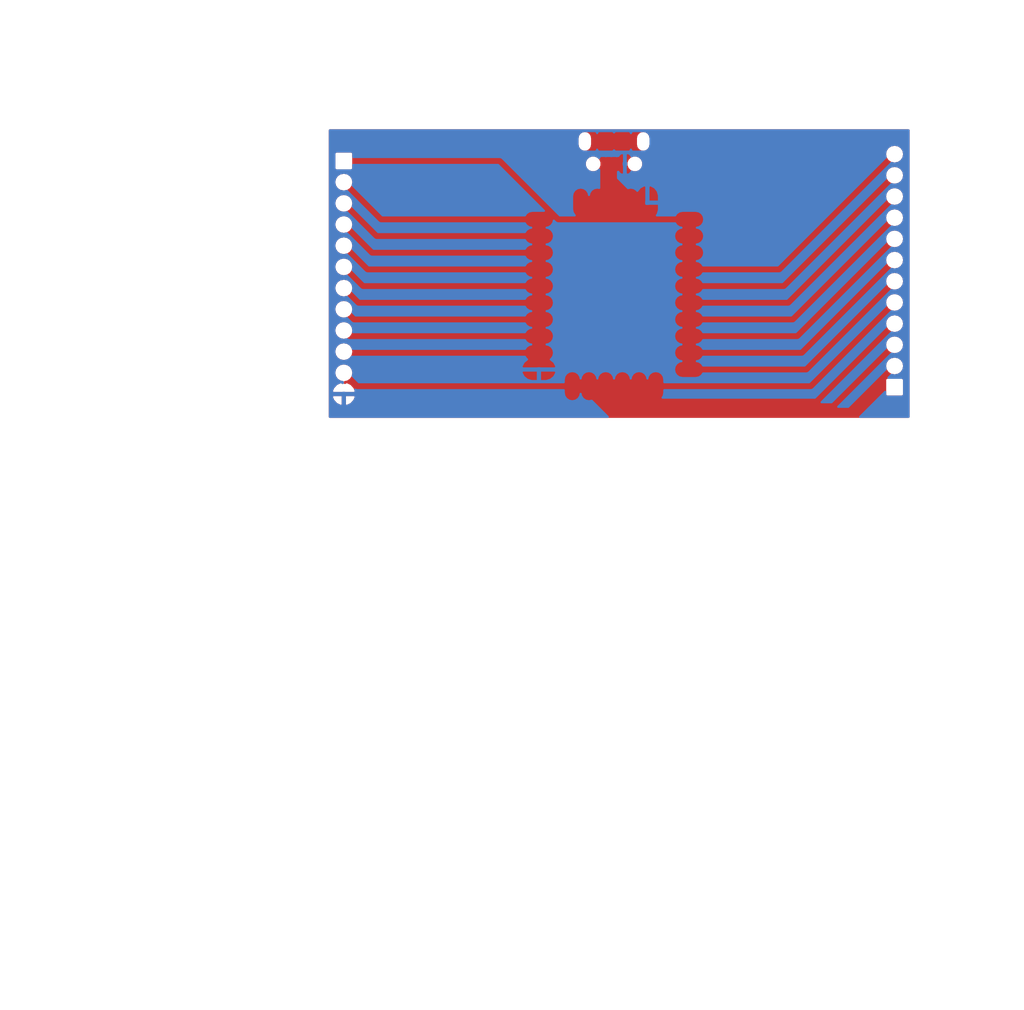
<source format=kicad_pcb>
(kicad_pcb (version 4) (host pcbnew 4.0.7)

  (general
    (links 36)
    (no_connects 5)
    (area 61.42 50.05 184.141484 171.150001)
    (thickness 1.6)
    (drawings 0)
    (tracks 0)
    (zones 0)
    (modules 0)
    (nets 2)
  )

  (page A3)
  (title_block
    (title "Sensory Adaptation Robot")
    (date 2016-03-10)
    (rev 0.1a)
    (company "Idle Hands Dev.")
    (comment 1 "Sean Hodgins")
  )

  (layers
    (0 F.Cu signal)
    (31 B.Cu signal)
    (32 B.Adhes user)
    (33 F.Adhes user)
    (34 B.Paste user)
    (35 F.Paste user)
    (36 B.SilkS user)
    (37 F.SilkS user)
    (38 B.Mask user)
    (39 F.Mask user)
    (40 Dwgs.User user)
    (41 Cmts.User user)
    (42 Eco1.User user)
    (43 Eco2.User user)
    (44 Edge.Cuts user)
    (45 Margin user)
    (46 B.CrtYd user)
    (47 F.CrtYd user)
    (48 B.Fab user hide)
    (49 F.Fab user hide)
  )

  (setup
    (last_trace_width 0.2)
    (user_trace_width 0.2)
    (user_trace_width 0.4)
    (user_trace_width 0.6)
    (user_trace_width 0.8)
    (user_trace_width 1)
    (trace_clearance 0.15)
    (zone_clearance 0.15)
    (zone_45_only no)
    (trace_min 0.2)
    (segment_width 0.1)
    (edge_width 0.1)
    (via_size 0.6)
    (via_drill 0.4)
    (via_min_size 0.4)
    (via_min_drill 0.2)
    (user_via 0.4 0.2)
    (user_via 0.5 0.4)
    (user_via 0.6 0.3)
    (user_via 0.89 0.5)
    (uvia_size 0.3)
    (uvia_drill 0.1)
    (uvias_allowed no)
    (uvia_min_size 0.2)
    (uvia_min_drill 0.1)
    (pcb_text_width 0.3)
    (pcb_text_size 1.5 1.5)
    (mod_edge_width 0.15)
    (mod_text_size 1 1)
    (mod_text_width 0.15)
    (pad_size 1.5 1.9)
    (pad_drill 0)
    (pad_to_mask_clearance 0)
    (aux_axis_origin 99.62 100.35)
    (grid_origin 99.62 100.35)
    (visible_elements 7FFFFE7F)
    (pcbplotparams
      (layerselection 0x010fc_80000001)
      (usegerberextensions false)
      (excludeedgelayer true)
      (linewidth 0.100000)
      (plotframeref false)
      (viasonmask false)
      (mode 1)
      (useauxorigin false)
      (hpglpennumber 1)
      (hpglpenspeed 20)
      (hpglpendiameter 15)
      (hpglpenoverlay 2)
      (psnegative false)
      (psa4output false)
      (plotreference true)
      (plotvalue true)
      (plotinvisibletext false)
      (padsonsilk false)
      (subtractmaskfromsilk false)
      (outputformat 1)
      (mirror false)
      (drillshape 0)
      (scaleselection 1)
      (outputdirectory gerbs/))
  )

  (net 0 "")
  (net 1 GND)

  (net_class Default "This is the default net class."
    (clearance 0.15)
    (trace_width 0.2)
    (via_dia 0.6)
    (via_drill 0.4)
    (uvia_dia 0.3)
    (uvia_drill 0.1)
    (add_net +3V3)
    (add_net +BATT)
    (add_net A0/DAC)
    (add_net A1)
    (add_net A2)
    (add_net A3)
    (add_net A4)
    (add_net A5)
    (add_net AREF)
    (add_net CLK)
    (add_net D10)
    (add_net D11)
    (add_net D12)
    (add_net D13)
    (add_net D3)
    (add_net D4)
    (add_net D5)
    (add_net D6)
    (add_net D9)
    (add_net GND)
    (add_net MISO)
    (add_net MOSI)
    (add_net "Net-(J2-Pad1)")
    (add_net "Net-(J2-Pad2)")
    (add_net "Net-(J2-Pad3)")
    (add_net "Net-(J2-Pad4)")
    (add_net "Net-(J2-Pad6)")
    (add_net RESET)
    (add_net RX/D0)
    (add_net SCL)
    (add_net SDA)
    (add_net TX/D1)
  )

  (zone (net 1) (net_name GND) (layer F.Cu) (tstamp 0) (hatch edge 0.508)
    (connect_pads (clearance 0.15))
    (min_thickness 0.254)
    (fill yes (arc_segments 16) (thermal_gap 0.508) (thermal_bridge_width 0.508))
    (polygon
      (pts
        (xy 89.52 58.15) (xy 182.62 57.75) (xy 183.82 171.15) (xy 61.42 169.55) (xy 61.42 58.95)
        (xy 70.32 50.05)
      )
    )
    (filled_polygon
      (pts
        (xy 170.293 100.023) (xy 100.947 100.023) (xy 100.947 97.64689) (xy 101.178524 97.64689) (xy 101.348355 98.056924)
        (xy 101.738642 98.485183) (xy 102.263108 98.731486) (xy 102.493 98.610819) (xy 102.493 97.417) (xy 102.747 97.417)
        (xy 102.747 98.610819) (xy 102.976892 98.731486) (xy 103.501358 98.485183) (xy 103.891645 98.056924) (xy 104.061476 97.64689)
        (xy 103.940155 97.417) (xy 102.747 97.417) (xy 102.493 97.417) (xy 101.299845 97.417) (xy 101.178524 97.64689)
        (xy 100.947 97.64689) (xy 100.947 96.93311) (xy 101.178524 96.93311) (xy 101.299845 97.163) (xy 102.493 97.163)
        (xy 102.493 97.143) (xy 102.747 97.143) (xy 102.747 97.163) (xy 103.940155 97.163) (xy 104.061476 96.93311)
        (xy 103.891645 96.523076) (xy 103.501358 96.094817) (xy 102.976892 95.848514) (xy 102.747002 95.96918) (xy 102.747002 95.856129)
        (xy 103.073363 95.791212) (xy 103.329599 95.62) (xy 167.487574 95.62) (xy 167.487574 97.32) (xy 167.506889 97.42265)
        (xy 167.567555 97.516927) (xy 167.66012 97.580175) (xy 167.77 97.602426) (xy 169.47 97.602426) (xy 169.57265 97.583111)
        (xy 169.666927 97.522445) (xy 169.730175 97.42988) (xy 169.752426 97.32) (xy 169.752426 95.62) (xy 169.733111 95.51735)
        (xy 169.672445 95.423073) (xy 169.57988 95.359825) (xy 169.47 95.337574) (xy 167.77 95.337574) (xy 167.66735 95.356889)
        (xy 167.573073 95.417555) (xy 167.509825 95.51012) (xy 167.487574 95.62) (xy 103.329599 95.62) (xy 103.438988 95.546909)
        (xy 103.683291 95.181284) (xy 103.769079 94.75) (xy 103.683291 94.318716) (xy 103.438988 93.953091) (xy 103.40443 93.93)
        (xy 167.470921 93.93) (xy 167.556709 94.361284) (xy 167.801012 94.726909) (xy 168.166637 94.971212) (xy 168.597921 95.057)
        (xy 168.642079 95.057) (xy 169.073363 94.971212) (xy 169.438988 94.726909) (xy 169.683291 94.361284) (xy 169.769079 93.93)
        (xy 169.683291 93.498716) (xy 169.438988 93.133091) (xy 169.073363 92.888788) (xy 168.642079 92.803) (xy 168.597921 92.803)
        (xy 168.166637 92.888788) (xy 167.801012 93.133091) (xy 167.556709 93.498716) (xy 167.470921 93.93) (xy 103.40443 93.93)
        (xy 103.073363 93.708788) (xy 102.642079 93.623) (xy 102.597921 93.623) (xy 102.166637 93.708788) (xy 101.801012 93.953091)
        (xy 101.556709 94.318716) (xy 101.470921 94.75) (xy 101.556709 95.181284) (xy 101.801012 95.546909) (xy 102.166637 95.791212)
        (xy 102.492998 95.856129) (xy 102.492998 95.96918) (xy 102.263108 95.848514) (xy 101.738642 96.094817) (xy 101.348355 96.523076)
        (xy 101.178524 96.93311) (xy 100.947 96.93311) (xy 100.947 92.21) (xy 101.470921 92.21) (xy 101.556709 92.641284)
        (xy 101.801012 93.006909) (xy 102.166637 93.251212) (xy 102.597921 93.337) (xy 102.642079 93.337) (xy 103.073363 93.251212)
        (xy 103.438988 93.006909) (xy 103.683291 92.641284) (xy 103.769079 92.21) (xy 103.683291 91.778716) (xy 103.438988 91.413091)
        (xy 103.40443 91.39) (xy 167.470921 91.39) (xy 167.556709 91.821284) (xy 167.801012 92.186909) (xy 168.166637 92.431212)
        (xy 168.597921 92.517) (xy 168.642079 92.517) (xy 169.073363 92.431212) (xy 169.438988 92.186909) (xy 169.683291 91.821284)
        (xy 169.769079 91.39) (xy 169.683291 90.958716) (xy 169.438988 90.593091) (xy 169.073363 90.348788) (xy 168.642079 90.263)
        (xy 168.597921 90.263) (xy 168.166637 90.348788) (xy 167.801012 90.593091) (xy 167.556709 90.958716) (xy 167.470921 91.39)
        (xy 103.40443 91.39) (xy 103.073363 91.168788) (xy 102.642079 91.083) (xy 102.597921 91.083) (xy 102.166637 91.168788)
        (xy 101.801012 91.413091) (xy 101.556709 91.778716) (xy 101.470921 92.21) (xy 100.947 92.21) (xy 100.947 89.67)
        (xy 101.470921 89.67) (xy 101.556709 90.101284) (xy 101.801012 90.466909) (xy 102.166637 90.711212) (xy 102.597921 90.797)
        (xy 102.642079 90.797) (xy 103.073363 90.711212) (xy 103.438988 90.466909) (xy 103.683291 90.101284) (xy 103.769079 89.67)
        (xy 103.683291 89.238716) (xy 103.438988 88.873091) (xy 103.40443 88.85) (xy 167.470921 88.85) (xy 167.556709 89.281284)
        (xy 167.801012 89.646909) (xy 168.166637 89.891212) (xy 168.597921 89.977) (xy 168.642079 89.977) (xy 169.073363 89.891212)
        (xy 169.438988 89.646909) (xy 169.683291 89.281284) (xy 169.769079 88.85) (xy 169.683291 88.418716) (xy 169.438988 88.053091)
        (xy 169.073363 87.808788) (xy 168.642079 87.723) (xy 168.597921 87.723) (xy 168.166637 87.808788) (xy 167.801012 88.053091)
        (xy 167.556709 88.418716) (xy 167.470921 88.85) (xy 103.40443 88.85) (xy 103.073363 88.628788) (xy 102.642079 88.543)
        (xy 102.597921 88.543) (xy 102.166637 88.628788) (xy 101.801012 88.873091) (xy 101.556709 89.238716) (xy 101.470921 89.67)
        (xy 100.947 89.67) (xy 100.947 87.13) (xy 101.470921 87.13) (xy 101.556709 87.561284) (xy 101.801012 87.926909)
        (xy 102.166637 88.171212) (xy 102.597921 88.257) (xy 102.642079 88.257) (xy 103.073363 88.171212) (xy 103.438988 87.926909)
        (xy 103.683291 87.561284) (xy 103.769079 87.13) (xy 103.683291 86.698716) (xy 103.438988 86.333091) (xy 103.40443 86.31)
        (xy 167.470921 86.31) (xy 167.556709 86.741284) (xy 167.801012 87.106909) (xy 168.166637 87.351212) (xy 168.597921 87.437)
        (xy 168.642079 87.437) (xy 169.073363 87.351212) (xy 169.438988 87.106909) (xy 169.683291 86.741284) (xy 169.769079 86.31)
        (xy 169.683291 85.878716) (xy 169.438988 85.513091) (xy 169.073363 85.268788) (xy 168.642079 85.183) (xy 168.597921 85.183)
        (xy 168.166637 85.268788) (xy 167.801012 85.513091) (xy 167.556709 85.878716) (xy 167.470921 86.31) (xy 103.40443 86.31)
        (xy 103.073363 86.088788) (xy 102.642079 86.003) (xy 102.597921 86.003) (xy 102.166637 86.088788) (xy 101.801012 86.333091)
        (xy 101.556709 86.698716) (xy 101.470921 87.13) (xy 100.947 87.13) (xy 100.947 84.59) (xy 101.470921 84.59)
        (xy 101.556709 85.021284) (xy 101.801012 85.386909) (xy 102.166637 85.631212) (xy 102.597921 85.717) (xy 102.642079 85.717)
        (xy 103.073363 85.631212) (xy 103.438988 85.386909) (xy 103.683291 85.021284) (xy 103.769079 84.59) (xy 103.683291 84.158716)
        (xy 103.438988 83.793091) (xy 103.40443 83.77) (xy 167.470921 83.77) (xy 167.556709 84.201284) (xy 167.801012 84.566909)
        (xy 168.166637 84.811212) (xy 168.597921 84.897) (xy 168.642079 84.897) (xy 169.073363 84.811212) (xy 169.438988 84.566909)
        (xy 169.683291 84.201284) (xy 169.769079 83.77) (xy 169.683291 83.338716) (xy 169.438988 82.973091) (xy 169.073363 82.728788)
        (xy 168.642079 82.643) (xy 168.597921 82.643) (xy 168.166637 82.728788) (xy 167.801012 82.973091) (xy 167.556709 83.338716)
        (xy 167.470921 83.77) (xy 103.40443 83.77) (xy 103.073363 83.548788) (xy 102.642079 83.463) (xy 102.597921 83.463)
        (xy 102.166637 83.548788) (xy 101.801012 83.793091) (xy 101.556709 84.158716) (xy 101.470921 84.59) (xy 100.947 84.59)
        (xy 100.947 82.05) (xy 101.470921 82.05) (xy 101.556709 82.481284) (xy 101.801012 82.846909) (xy 102.166637 83.091212)
        (xy 102.597921 83.177) (xy 102.642079 83.177) (xy 103.073363 83.091212) (xy 103.438988 82.846909) (xy 103.683291 82.481284)
        (xy 103.769079 82.05) (xy 103.683291 81.618716) (xy 103.438988 81.253091) (xy 103.40443 81.23) (xy 167.470921 81.23)
        (xy 167.556709 81.661284) (xy 167.801012 82.026909) (xy 168.166637 82.271212) (xy 168.597921 82.357) (xy 168.642079 82.357)
        (xy 169.073363 82.271212) (xy 169.438988 82.026909) (xy 169.683291 81.661284) (xy 169.769079 81.23) (xy 169.683291 80.798716)
        (xy 169.438988 80.433091) (xy 169.073363 80.188788) (xy 168.642079 80.103) (xy 168.597921 80.103) (xy 168.166637 80.188788)
        (xy 167.801012 80.433091) (xy 167.556709 80.798716) (xy 167.470921 81.23) (xy 103.40443 81.23) (xy 103.073363 81.008788)
        (xy 102.642079 80.923) (xy 102.597921 80.923) (xy 102.166637 81.008788) (xy 101.801012 81.253091) (xy 101.556709 81.618716)
        (xy 101.470921 82.05) (xy 100.947 82.05) (xy 100.947 79.51) (xy 101.470921 79.51) (xy 101.556709 79.941284)
        (xy 101.801012 80.306909) (xy 102.166637 80.551212) (xy 102.597921 80.637) (xy 102.642079 80.637) (xy 103.073363 80.551212)
        (xy 103.438988 80.306909) (xy 103.683291 79.941284) (xy 103.769079 79.51) (xy 103.683291 79.078716) (xy 103.438988 78.713091)
        (xy 103.40443 78.69) (xy 167.470921 78.69) (xy 167.556709 79.121284) (xy 167.801012 79.486909) (xy 168.166637 79.731212)
        (xy 168.597921 79.817) (xy 168.642079 79.817) (xy 169.073363 79.731212) (xy 169.438988 79.486909) (xy 169.683291 79.121284)
        (xy 169.769079 78.69) (xy 169.683291 78.258716) (xy 169.438988 77.893091) (xy 169.073363 77.648788) (xy 168.642079 77.563)
        (xy 168.597921 77.563) (xy 168.166637 77.648788) (xy 167.801012 77.893091) (xy 167.556709 78.258716) (xy 167.470921 78.69)
        (xy 103.40443 78.69) (xy 103.073363 78.468788) (xy 102.642079 78.383) (xy 102.597921 78.383) (xy 102.166637 78.468788)
        (xy 101.801012 78.713091) (xy 101.556709 79.078716) (xy 101.470921 79.51) (xy 100.947 79.51) (xy 100.947 76.97)
        (xy 101.470921 76.97) (xy 101.556709 77.401284) (xy 101.801012 77.766909) (xy 102.166637 78.011212) (xy 102.597921 78.097)
        (xy 102.642079 78.097) (xy 103.073363 78.011212) (xy 103.438988 77.766909) (xy 103.683291 77.401284) (xy 103.769079 76.97)
        (xy 103.683291 76.538716) (xy 103.438988 76.173091) (xy 103.40443 76.15) (xy 167.470921 76.15) (xy 167.556709 76.581284)
        (xy 167.801012 76.946909) (xy 168.166637 77.191212) (xy 168.597921 77.277) (xy 168.642079 77.277) (xy 169.073363 77.191212)
        (xy 169.438988 76.946909) (xy 169.683291 76.581284) (xy 169.769079 76.15) (xy 169.683291 75.718716) (xy 169.438988 75.353091)
        (xy 169.073363 75.108788) (xy 168.642079 75.023) (xy 168.597921 75.023) (xy 168.166637 75.108788) (xy 167.801012 75.353091)
        (xy 167.556709 75.718716) (xy 167.470921 76.15) (xy 103.40443 76.15) (xy 103.073363 75.928788) (xy 102.642079 75.843)
        (xy 102.597921 75.843) (xy 102.166637 75.928788) (xy 101.801012 76.173091) (xy 101.556709 76.538716) (xy 101.470921 76.97)
        (xy 100.947 76.97) (xy 100.947 74.43) (xy 101.470921 74.43) (xy 101.556709 74.861284) (xy 101.801012 75.226909)
        (xy 102.166637 75.471212) (xy 102.597921 75.557) (xy 102.642079 75.557) (xy 103.073363 75.471212) (xy 103.438988 75.226909)
        (xy 103.683291 74.861284) (xy 103.769079 74.43) (xy 103.683291 73.998716) (xy 103.438988 73.633091) (xy 103.40443 73.61)
        (xy 167.470921 73.61) (xy 167.556709 74.041284) (xy 167.801012 74.406909) (xy 168.166637 74.651212) (xy 168.597921 74.737)
        (xy 168.642079 74.737) (xy 169.073363 74.651212) (xy 169.438988 74.406909) (xy 169.683291 74.041284) (xy 169.769079 73.61)
        (xy 169.683291 73.178716) (xy 169.438988 72.813091) (xy 169.073363 72.568788) (xy 168.642079 72.483) (xy 168.597921 72.483)
        (xy 168.166637 72.568788) (xy 167.801012 72.813091) (xy 167.556709 73.178716) (xy 167.470921 73.61) (xy 103.40443 73.61)
        (xy 103.073363 73.388788) (xy 102.642079 73.303) (xy 102.597921 73.303) (xy 102.166637 73.388788) (xy 101.801012 73.633091)
        (xy 101.556709 73.998716) (xy 101.470921 74.43) (xy 100.947 74.43) (xy 100.947 71.89) (xy 101.470921 71.89)
        (xy 101.556709 72.321284) (xy 101.801012 72.686909) (xy 102.166637 72.931212) (xy 102.597921 73.017) (xy 102.642079 73.017)
        (xy 103.073363 72.931212) (xy 103.438988 72.686909) (xy 103.683291 72.321284) (xy 103.769079 71.89) (xy 103.683291 71.458716)
        (xy 103.438988 71.093091) (xy 103.40443 71.07) (xy 167.470921 71.07) (xy 167.556709 71.501284) (xy 167.801012 71.866909)
        (xy 168.166637 72.111212) (xy 168.597921 72.197) (xy 168.642079 72.197) (xy 169.073363 72.111212) (xy 169.438988 71.866909)
        (xy 169.683291 71.501284) (xy 169.769079 71.07) (xy 169.683291 70.638716) (xy 169.438988 70.273091) (xy 169.073363 70.028788)
        (xy 168.642079 69.943) (xy 168.597921 69.943) (xy 168.166637 70.028788) (xy 167.801012 70.273091) (xy 167.556709 70.638716)
        (xy 167.470921 71.07) (xy 103.40443 71.07) (xy 103.073363 70.848788) (xy 102.642079 70.763) (xy 102.597921 70.763)
        (xy 102.166637 70.848788) (xy 101.801012 71.093091) (xy 101.556709 71.458716) (xy 101.470921 71.89) (xy 100.947 71.89)
        (xy 100.947 68.5) (xy 101.487574 68.5) (xy 101.487574 70.2) (xy 101.506889 70.30265) (xy 101.567555 70.396927)
        (xy 101.66012 70.460175) (xy 101.77 70.482426) (xy 103.47 70.482426) (xy 103.57265 70.463111) (xy 103.666927 70.402445)
        (xy 103.730175 70.30988) (xy 103.752426 70.2) (xy 103.752426 69.898436) (xy 131.497827 69.898436) (xy 131.650051 70.266846)
        (xy 131.931672 70.548959) (xy 132.299816 70.701825) (xy 132.698436 70.702173) (xy 133.066846 70.549949) (xy 133.348959 70.268328)
        (xy 133.501825 69.900184) (xy 133.501826 69.898436) (xy 136.497827 69.898436) (xy 136.650051 70.266846) (xy 136.931672 70.548959)
        (xy 137.299816 70.701825) (xy 137.698436 70.702173) (xy 138.066846 70.549949) (xy 138.348959 70.268328) (xy 138.501825 69.900184)
        (xy 138.502173 69.501564) (xy 138.349949 69.133154) (xy 138.068328 68.851041) (xy 137.700184 68.698175) (xy 137.301564 68.697827)
        (xy 136.933154 68.850051) (xy 136.651041 69.131672) (xy 136.498175 69.499816) (xy 136.497827 69.898436) (xy 133.501826 69.898436)
        (xy 133.502173 69.501564) (xy 133.349949 69.133154) (xy 133.068328 68.851041) (xy 132.700184 68.698175) (xy 132.301564 68.697827)
        (xy 131.933154 68.850051) (xy 131.651041 69.131672) (xy 131.498175 69.499816) (xy 131.497827 69.898436) (xy 103.752426 69.898436)
        (xy 103.752426 68.53) (xy 167.470921 68.53) (xy 167.556709 68.961284) (xy 167.801012 69.326909) (xy 168.166637 69.571212)
        (xy 168.597921 69.657) (xy 168.642079 69.657) (xy 169.073363 69.571212) (xy 169.438988 69.326909) (xy 169.683291 68.961284)
        (xy 169.769079 68.53) (xy 169.683291 68.098716) (xy 169.438988 67.733091) (xy 169.073363 67.488788) (xy 168.642079 67.403)
        (xy 168.597921 67.403) (xy 168.166637 67.488788) (xy 167.801012 67.733091) (xy 167.556709 68.098716) (xy 167.470921 68.53)
        (xy 103.752426 68.53) (xy 103.752426 68.5) (xy 103.733111 68.39735) (xy 103.672445 68.303073) (xy 103.57988 68.239825)
        (xy 103.47 68.217574) (xy 101.77 68.217574) (xy 101.66735 68.236889) (xy 101.573073 68.297555) (xy 101.509825 68.39012)
        (xy 101.487574 68.5) (xy 100.947 68.5) (xy 100.947 66.625962) (xy 130.623 66.625962) (xy 130.623 67.374038)
        (xy 130.689758 67.709651) (xy 130.879867 67.994171) (xy 131.164387 68.18428) (xy 131.5 68.251038) (xy 131.835613 68.18428)
        (xy 132.120133 67.994171) (xy 132.310242 67.709651) (xy 132.377 67.374038) (xy 132.377 66.625962) (xy 137.623 66.625962)
        (xy 137.623 67.374038) (xy 137.689758 67.709651) (xy 137.879867 67.994171) (xy 138.164387 68.18428) (xy 138.5 68.251038)
        (xy 138.835613 68.18428) (xy 139.120133 67.994171) (xy 139.310242 67.709651) (xy 139.377 67.374038) (xy 139.377 66.625962)
        (xy 139.310242 66.290349) (xy 139.120133 66.005829) (xy 138.835613 65.81572) (xy 138.5 65.748962) (xy 138.164387 65.81572)
        (xy 137.879867 66.005829) (xy 137.689758 66.290349) (xy 137.623 66.625962) (xy 132.377 66.625962) (xy 132.310242 66.290349)
        (xy 132.120133 66.005829) (xy 131.835613 65.81572) (xy 131.5 65.748962) (xy 131.164387 65.81572) (xy 130.879867 66.005829)
        (xy 130.689758 66.290349) (xy 130.623 66.625962) (xy 100.947 66.625962) (xy 100.947 65.677) (xy 170.293 65.677)
      )
    )
  )
  (zone (net 1) (net_name GND) (layer B.Cu) (tstamp 5AF8963C) (hatch edge 0.508)
    (connect_pads (clearance 0.15))
    (min_thickness 0.254)
    (fill yes (arc_segments 16) (thermal_gap 0.508) (thermal_bridge_width 0.508))
    (polygon
      (pts
        (xy 90.057229 58.15) (xy 182.770707 58.15) (xy 184.141483 170.95) (xy 61.957229 170.394144) (xy 61.957229 58.95)
        (xy 70.857229 50.05)
      )
    )
    (filled_polygon
      (pts
        (xy 170.293 100.023) (xy 164.49158 100.023) (xy 167.487574 97.027006) (xy 167.487574 97.32) (xy 167.506889 97.42265)
        (xy 167.567555 97.516927) (xy 167.66012 97.580175) (xy 167.77 97.602426) (xy 169.47 97.602426) (xy 169.57265 97.583111)
        (xy 169.666927 97.522445) (xy 169.730175 97.42988) (xy 169.752426 97.32) (xy 169.752426 95.62) (xy 169.733111 95.51735)
        (xy 169.672445 95.423073) (xy 169.57988 95.359825) (xy 169.47 95.337574) (xy 167.887006 95.337574) (xy 168.238978 94.985602)
        (xy 168.597921 95.057) (xy 168.642079 95.057) (xy 169.073363 94.971212) (xy 169.438988 94.726909) (xy 169.683291 94.361284)
        (xy 169.769079 93.93) (xy 169.683291 93.498716) (xy 169.438988 93.133091) (xy 169.073363 92.888788) (xy 168.642079 92.803)
        (xy 168.597921 92.803) (xy 168.166637 92.888788) (xy 167.801012 93.133091) (xy 167.556709 93.498716) (xy 167.470921 93.93)
        (xy 167.549646 94.325774) (xy 163.052388 98.823032) (xy 161.861548 98.823032) (xy 168.238978 92.445602) (xy 168.597921 92.517)
        (xy 168.642079 92.517) (xy 169.073363 92.431212) (xy 169.438988 92.186909) (xy 169.683291 91.821284) (xy 169.769079 91.39)
        (xy 169.683291 90.958716) (xy 169.438988 90.593091) (xy 169.073363 90.348788) (xy 168.642079 90.263) (xy 168.597921 90.263)
        (xy 168.166637 90.348788) (xy 167.801012 90.593091) (xy 167.556709 90.958716) (xy 167.470921 91.39) (xy 167.549646 91.785774)
        (xy 161.062399 98.273021) (xy 159.871559 98.273021) (xy 168.238978 89.905602) (xy 168.597921 89.977) (xy 168.642079 89.977)
        (xy 169.073363 89.891212) (xy 169.438988 89.646909) (xy 169.683291 89.281284) (xy 169.769079 88.85) (xy 169.683291 88.418716)
        (xy 169.438988 88.053091) (xy 169.073363 87.808788) (xy 168.642079 87.723) (xy 168.597921 87.723) (xy 168.166637 87.808788)
        (xy 167.801012 88.053091) (xy 167.556709 88.418716) (xy 167.470921 88.85) (xy 167.549646 89.245774) (xy 159.07241 97.72301)
        (xy 140.818409 97.72301) (xy 140.948824 97.527829) (xy 141.027 97.134813) (xy 141.027 96.827) (xy 158.58 96.827)
        (xy 158.76254 96.790691) (xy 158.91729 96.68729) (xy 168.238978 87.365602) (xy 168.597921 87.437) (xy 168.642079 87.437)
        (xy 169.073363 87.351212) (xy 169.438988 87.106909) (xy 169.683291 86.741284) (xy 169.769079 86.31) (xy 169.683291 85.878716)
        (xy 169.438988 85.513091) (xy 169.073363 85.268788) (xy 168.642079 85.183) (xy 168.597921 85.183) (xy 168.166637 85.268788)
        (xy 167.801012 85.513091) (xy 167.556709 85.878716) (xy 167.470921 86.31) (xy 167.549646 86.705774) (xy 158.38242 95.873)
        (xy 141.027 95.873) (xy 141.027 95.565187) (xy 140.948824 95.172171) (xy 140.726199 94.838988) (xy 140.393016 94.616363)
        (xy 140 94.538187) (xy 139.606984 94.616363) (xy 139.273801 94.838988) (xy 139.051176 95.172171) (xy 139 95.429449)
        (xy 138.948824 95.172171) (xy 138.726199 94.838988) (xy 138.393016 94.616363) (xy 138 94.538187) (xy 137.606984 94.616363)
        (xy 137.273801 94.838988) (xy 137.051176 95.172171) (xy 137 95.429449) (xy 136.948824 95.172171) (xy 136.726199 94.838988)
        (xy 136.393016 94.616363) (xy 136 94.538187) (xy 135.606984 94.616363) (xy 135.273801 94.838988) (xy 135.051176 95.172171)
        (xy 135 95.429449) (xy 134.948824 95.172171) (xy 134.726199 94.838988) (xy 134.393016 94.616363) (xy 134 94.538187)
        (xy 133.606984 94.616363) (xy 133.273801 94.838988) (xy 133.051176 95.172171) (xy 133 95.429449) (xy 132.948824 95.172171)
        (xy 132.726199 94.838988) (xy 132.393016 94.616363) (xy 132 94.538187) (xy 131.606984 94.616363) (xy 131.273801 94.838988)
        (xy 131.051176 95.172171) (xy 131 95.429449) (xy 130.948824 95.172171) (xy 130.726199 94.838988) (xy 130.393016 94.616363)
        (xy 130 94.538187) (xy 129.606984 94.616363) (xy 129.273801 94.838988) (xy 129.051176 95.172171) (xy 128.973 95.565187)
        (xy 128.973 95.873) (xy 104.41758 95.873) (xy 103.690354 95.145774) (xy 103.769079 94.75) (xy 103.75738 94.691185)
        (xy 123.907682 94.691185) (xy 123.921827 94.762684) (xy 124.180855 95.23954) (xy 124.602651 95.580972) (xy 125.123 95.735)
        (xy 125.873 95.735) (xy 125.873 94.477) (xy 126.127 94.477) (xy 126.127 95.735) (xy 126.877 95.735)
        (xy 127.397349 95.580972) (xy 127.819145 95.23954) (xy 128.078173 94.762684) (xy 128.092318 94.691185) (xy 127.969656 94.477)
        (xy 126.127 94.477) (xy 125.873 94.477) (xy 124.030344 94.477) (xy 123.907682 94.691185) (xy 103.75738 94.691185)
        (xy 103.683291 94.318716) (xy 103.438988 93.953091) (xy 103.073363 93.708788) (xy 102.642079 93.623) (xy 102.597921 93.623)
        (xy 102.166637 93.708788) (xy 101.801012 93.953091) (xy 101.556709 94.318716) (xy 101.470921 94.75) (xy 101.556709 95.181284)
        (xy 101.801012 95.546909) (xy 102.166637 95.791212) (xy 102.492998 95.856129) (xy 102.492998 95.96918) (xy 102.263108 95.848514)
        (xy 101.738642 96.094817) (xy 101.348355 96.523076) (xy 101.178524 96.93311) (xy 101.299845 97.163) (xy 102.493 97.163)
        (xy 102.493 97.143) (xy 102.747 97.143) (xy 102.747 97.163) (xy 103.940155 97.163) (xy 104.061476 96.93311)
        (xy 103.989106 96.758382) (xy 104.03746 96.790691) (xy 104.22 96.827) (xy 128.973 96.827) (xy 128.973 97.134813)
        (xy 129.051176 97.527829) (xy 129.273801 97.861012) (xy 129.606984 98.083637) (xy 130 98.161813) (xy 130.393016 98.083637)
        (xy 130.726199 97.861012) (xy 130.948824 97.527829) (xy 131 97.270551) (xy 131.051176 97.527829) (xy 131.273801 97.861012)
        (xy 131.606984 98.083637) (xy 132 98.161813) (xy 132.322987 98.097567) (xy 134.24842 100.023) (xy 100.947 100.023)
        (xy 100.947 97.64689) (xy 101.178524 97.64689) (xy 101.348355 98.056924) (xy 101.738642 98.485183) (xy 102.263108 98.731486)
        (xy 102.493 98.610819) (xy 102.493 97.417) (xy 102.747 97.417) (xy 102.747 98.610819) (xy 102.976892 98.731486)
        (xy 103.501358 98.485183) (xy 103.891645 98.056924) (xy 104.061476 97.64689) (xy 103.940155 97.417) (xy 102.747 97.417)
        (xy 102.493 97.417) (xy 101.299845 97.417) (xy 101.178524 97.64689) (xy 100.947 97.64689) (xy 100.947 71.89)
        (xy 101.470921 71.89) (xy 101.556709 72.321284) (xy 101.801012 72.686909) (xy 102.166637 72.931212) (xy 102.597921 73.017)
        (xy 102.642079 73.017) (xy 103.001022 72.945602) (xy 106.74271 76.68729) (xy 106.897459 76.790691) (xy 107.08 76.827)
        (xy 124.322479 76.827) (xy 124.488988 77.076199) (xy 124.822171 77.298824) (xy 125.079449 77.35) (xy 124.822171 77.401176)
        (xy 124.488988 77.623801) (xy 124.322479 77.873) (xy 106.73758 77.873) (xy 103.690354 74.825774) (xy 103.769079 74.43)
        (xy 103.683291 73.998716) (xy 103.438988 73.633091) (xy 103.073363 73.388788) (xy 102.642079 73.303) (xy 102.597921 73.303)
        (xy 102.166637 73.388788) (xy 101.801012 73.633091) (xy 101.556709 73.998716) (xy 101.470921 74.43) (xy 101.556709 74.861284)
        (xy 101.801012 75.226909) (xy 102.166637 75.471212) (xy 102.597921 75.557) (xy 102.642079 75.557) (xy 103.001022 75.485602)
        (xy 106.20271 78.68729) (xy 106.35746 78.790691) (xy 106.54 78.827) (xy 124.322479 78.827) (xy 124.488988 79.076199)
        (xy 124.822171 79.298824) (xy 125.079449 79.35) (xy 124.822171 79.401176) (xy 124.488988 79.623801) (xy 124.322479 79.873)
        (xy 106.19758 79.873) (xy 103.690354 77.365774) (xy 103.769079 76.97) (xy 103.683291 76.538716) (xy 103.438988 76.173091)
        (xy 103.073363 75.928788) (xy 102.642079 75.843) (xy 102.597921 75.843) (xy 102.166637 75.928788) (xy 101.801012 76.173091)
        (xy 101.556709 76.538716) (xy 101.470921 76.97) (xy 101.556709 77.401284) (xy 101.801012 77.766909) (xy 102.166637 78.011212)
        (xy 102.597921 78.097) (xy 102.642079 78.097) (xy 103.001022 78.025602) (xy 105.66271 80.68729) (xy 105.81746 80.790691)
        (xy 106 80.827) (xy 124.322479 80.827) (xy 124.488988 81.076199) (xy 124.822171 81.298824) (xy 125.079449 81.35)
        (xy 124.822171 81.401176) (xy 124.488988 81.623801) (xy 124.322479 81.873) (xy 105.65758 81.873) (xy 103.690354 79.905774)
        (xy 103.769079 79.51) (xy 103.683291 79.078716) (xy 103.438988 78.713091) (xy 103.073363 78.468788) (xy 102.642079 78.383)
        (xy 102.597921 78.383) (xy 102.166637 78.468788) (xy 101.801012 78.713091) (xy 101.556709 79.078716) (xy 101.470921 79.51)
        (xy 101.556709 79.941284) (xy 101.801012 80.306909) (xy 102.166637 80.551212) (xy 102.597921 80.637) (xy 102.642079 80.637)
        (xy 103.001022 80.565602) (xy 105.12271 82.68729) (xy 105.27746 82.790691) (xy 105.46 82.827) (xy 124.322479 82.827)
        (xy 124.488988 83.076199) (xy 124.822171 83.298824) (xy 125.079449 83.35) (xy 124.822171 83.401176) (xy 124.488988 83.623801)
        (xy 124.322479 83.873) (xy 105.11758 83.873) (xy 103.690354 82.445774) (xy 103.769079 82.05) (xy 103.683291 81.618716)
        (xy 103.438988 81.253091) (xy 103.073363 81.008788) (xy 102.642079 80.923) (xy 102.597921 80.923) (xy 102.166637 81.008788)
        (xy 101.801012 81.253091) (xy 101.556709 81.618716) (xy 101.470921 82.05) (xy 101.556709 82.481284) (xy 101.801012 82.846909)
        (xy 102.166637 83.091212) (xy 102.597921 83.177) (xy 102.642079 83.177) (xy 103.001022 83.105602) (xy 104.58271 84.68729)
        (xy 104.73746 84.790691) (xy 104.92 84.827) (xy 124.322479 84.827) (xy 124.488988 85.076199) (xy 124.822171 85.298824)
        (xy 125.079449 85.35) (xy 124.822171 85.401176) (xy 124.488988 85.623801) (xy 124.322479 85.873) (xy 104.57758 85.873)
        (xy 103.690354 84.985774) (xy 103.769079 84.59) (xy 103.683291 84.158716) (xy 103.438988 83.793091) (xy 103.073363 83.548788)
        (xy 102.642079 83.463) (xy 102.597921 83.463) (xy 102.166637 83.548788) (xy 101.801012 83.793091) (xy 101.556709 84.158716)
        (xy 101.470921 84.59) (xy 101.556709 85.021284) (xy 101.801012 85.386909) (xy 102.166637 85.631212) (xy 102.597921 85.717)
        (xy 102.642079 85.717) (xy 103.001022 85.645602) (xy 104.04271 86.68729) (xy 104.19746 86.790691) (xy 104.38 86.827)
        (xy 124.322479 86.827) (xy 124.488988 87.076199) (xy 124.822171 87.298824) (xy 125.079449 87.35) (xy 124.822171 87.401176)
        (xy 124.488988 87.623801) (xy 124.322479 87.873) (xy 104.03758 87.873) (xy 103.690354 87.525774) (xy 103.769079 87.13)
        (xy 103.683291 86.698716) (xy 103.438988 86.333091) (xy 103.073363 86.088788) (xy 102.642079 86.003) (xy 102.597921 86.003)
        (xy 102.166637 86.088788) (xy 101.801012 86.333091) (xy 101.556709 86.698716) (xy 101.470921 87.13) (xy 101.556709 87.561284)
        (xy 101.801012 87.926909) (xy 102.166637 88.171212) (xy 102.597921 88.257) (xy 102.642079 88.257) (xy 103.001022 88.185602)
        (xy 103.50271 88.68729) (xy 103.65746 88.790691) (xy 103.84 88.827) (xy 124.322479 88.827) (xy 124.488988 89.076199)
        (xy 124.822171 89.298824) (xy 125.079449 89.35) (xy 124.822171 89.401176) (xy 124.488988 89.623801) (xy 124.322479 89.873)
        (xy 103.7287 89.873) (xy 103.769079 89.67) (xy 103.683291 89.238716) (xy 103.438988 88.873091) (xy 103.073363 88.628788)
        (xy 102.642079 88.543) (xy 102.597921 88.543) (xy 102.166637 88.628788) (xy 101.801012 88.873091) (xy 101.556709 89.238716)
        (xy 101.470921 89.67) (xy 101.556709 90.101284) (xy 101.801012 90.466909) (xy 102.166637 90.711212) (xy 102.597921 90.797)
        (xy 102.642079 90.797) (xy 103.015683 90.722685) (xy 103.11746 90.790691) (xy 103.3 90.827) (xy 124.322479 90.827)
        (xy 124.488988 91.076199) (xy 124.822171 91.298824) (xy 125.079449 91.35) (xy 124.822171 91.401176) (xy 124.488988 91.623801)
        (xy 124.322479 91.873) (xy 103.702045 91.873) (xy 103.683291 91.778716) (xy 103.438988 91.413091) (xy 103.073363 91.168788)
        (xy 102.642079 91.083) (xy 102.597921 91.083) (xy 102.166637 91.168788) (xy 101.801012 91.413091) (xy 101.556709 91.778716)
        (xy 101.470921 92.21) (xy 101.556709 92.641284) (xy 101.801012 93.006909) (xy 102.166637 93.251212) (xy 102.597921 93.337)
        (xy 102.642079 93.337) (xy 103.073363 93.251212) (xy 103.438988 93.006909) (xy 103.559199 92.827) (xy 124.322479 92.827)
        (xy 124.488988 93.076199) (xy 124.580238 93.13717) (xy 124.180855 93.46046) (xy 123.921827 93.937316) (xy 123.907682 94.008815)
        (xy 124.030344 94.223) (xy 125.873 94.223) (xy 125.873 94.203) (xy 126.127 94.203) (xy 126.127 94.223)
        (xy 127.969656 94.223) (xy 128.092318 94.008815) (xy 128.078173 93.937316) (xy 127.819145 93.46046) (xy 127.419762 93.13717)
        (xy 127.511012 93.076199) (xy 127.733637 92.743016) (xy 127.811813 92.35) (xy 127.733637 91.956984) (xy 127.511012 91.623801)
        (xy 127.177829 91.401176) (xy 126.920551 91.35) (xy 127.177829 91.298824) (xy 127.511012 91.076199) (xy 127.733637 90.743016)
        (xy 127.811813 90.35) (xy 127.733637 89.956984) (xy 127.511012 89.623801) (xy 127.177829 89.401176) (xy 126.920551 89.35)
        (xy 127.177829 89.298824) (xy 127.511012 89.076199) (xy 127.733637 88.743016) (xy 127.811813 88.35) (xy 127.733637 87.956984)
        (xy 127.511012 87.623801) (xy 127.177829 87.401176) (xy 126.920551 87.35) (xy 127.177829 87.298824) (xy 127.511012 87.076199)
        (xy 127.733637 86.743016) (xy 127.811813 86.35) (xy 127.733637 85.956984) (xy 127.511012 85.623801) (xy 127.177829 85.401176)
        (xy 126.920551 85.35) (xy 127.177829 85.298824) (xy 127.511012 85.076199) (xy 127.733637 84.743016) (xy 127.811813 84.35)
        (xy 127.733637 83.956984) (xy 127.511012 83.623801) (xy 127.177829 83.401176) (xy 126.920551 83.35) (xy 127.177829 83.298824)
        (xy 127.511012 83.076199) (xy 127.733637 82.743016) (xy 127.811813 82.35) (xy 127.733637 81.956984) (xy 127.511012 81.623801)
        (xy 127.177829 81.401176) (xy 126.920551 81.35) (xy 127.177829 81.298824) (xy 127.511012 81.076199) (xy 127.733637 80.743016)
        (xy 127.811813 80.35) (xy 127.733637 79.956984) (xy 127.511012 79.623801) (xy 127.177829 79.401176) (xy 126.920551 79.35)
        (xy 127.177829 79.298824) (xy 127.511012 79.076199) (xy 127.733637 78.743016) (xy 127.811813 78.35) (xy 127.733637 77.956984)
        (xy 127.511012 77.623801) (xy 127.177829 77.401176) (xy 126.920551 77.35) (xy 127.177829 77.298824) (xy 127.511012 77.076199)
        (xy 127.733637 76.743016) (xy 127.781826 76.500757) (xy 127.968359 76.68729) (xy 128.123109 76.790691) (xy 128.305649 76.827)
        (xy 142.322479 76.827) (xy 142.488988 77.076199) (xy 142.822171 77.298824) (xy 143.079449 77.35) (xy 142.822171 77.401176)
        (xy 142.488988 77.623801) (xy 142.266363 77.956984) (xy 142.188187 78.35) (xy 142.266363 78.743016) (xy 142.488988 79.076199)
        (xy 142.822171 79.298824) (xy 143.079449 79.35) (xy 142.822171 79.401176) (xy 142.488988 79.623801) (xy 142.266363 79.956984)
        (xy 142.188187 80.35) (xy 142.266363 80.743016) (xy 142.488988 81.076199) (xy 142.822171 81.298824) (xy 143.079449 81.35)
        (xy 142.822171 81.401176) (xy 142.488988 81.623801) (xy 142.266363 81.956984) (xy 142.188187 82.35) (xy 142.266363 82.743016)
        (xy 142.488988 83.076199) (xy 142.822171 83.298824) (xy 143.079449 83.35) (xy 142.822171 83.401176) (xy 142.488988 83.623801)
        (xy 142.266363 83.956984) (xy 142.188187 84.35) (xy 142.266363 84.743016) (xy 142.488988 85.076199) (xy 142.822171 85.298824)
        (xy 143.079449 85.35) (xy 142.822171 85.401176) (xy 142.488988 85.623801) (xy 142.266363 85.956984) (xy 142.188187 86.35)
        (xy 142.266363 86.743016) (xy 142.488988 87.076199) (xy 142.822171 87.298824) (xy 143.079449 87.35) (xy 142.822171 87.401176)
        (xy 142.488988 87.623801) (xy 142.266363 87.956984) (xy 142.188187 88.35) (xy 142.266363 88.743016) (xy 142.488988 89.076199)
        (xy 142.822171 89.298824) (xy 143.079449 89.35) (xy 142.822171 89.401176) (xy 142.488988 89.623801) (xy 142.266363 89.956984)
        (xy 142.188187 90.35) (xy 142.266363 90.743016) (xy 142.488988 91.076199) (xy 142.822171 91.298824) (xy 143.079449 91.35)
        (xy 142.822171 91.401176) (xy 142.488988 91.623801) (xy 142.266363 91.956984) (xy 142.188187 92.35) (xy 142.266363 92.743016)
        (xy 142.488988 93.076199) (xy 142.822171 93.298824) (xy 143.079449 93.35) (xy 142.822171 93.401176) (xy 142.488988 93.623801)
        (xy 142.266363 93.956984) (xy 142.188187 94.35) (xy 142.266363 94.743016) (xy 142.488988 95.076199) (xy 142.822171 95.298824)
        (xy 143.215187 95.377) (xy 144.784813 95.377) (xy 145.177829 95.298824) (xy 145.511012 95.076199) (xy 145.677521 94.827)
        (xy 158.04 94.827) (xy 158.22254 94.790691) (xy 158.37729 94.68729) (xy 168.238978 84.825602) (xy 168.597921 84.897)
        (xy 168.642079 84.897) (xy 169.073363 84.811212) (xy 169.438988 84.566909) (xy 169.683291 84.201284) (xy 169.769079 83.77)
        (xy 169.683291 83.338716) (xy 169.438988 82.973091) (xy 169.073363 82.728788) (xy 168.642079 82.643) (xy 168.597921 82.643)
        (xy 168.166637 82.728788) (xy 167.801012 82.973091) (xy 167.556709 83.338716) (xy 167.470921 83.77) (xy 167.549646 84.165774)
        (xy 157.84242 93.873) (xy 145.677521 93.873) (xy 145.511012 93.623801) (xy 145.177829 93.401176) (xy 144.920551 93.35)
        (xy 145.177829 93.298824) (xy 145.511012 93.076199) (xy 145.677521 92.827) (xy 157.5 92.827) (xy 157.68254 92.790691)
        (xy 157.83729 92.68729) (xy 168.238978 82.285602) (xy 168.597921 82.357) (xy 168.642079 82.357) (xy 169.073363 82.271212)
        (xy 169.438988 82.026909) (xy 169.683291 81.661284) (xy 169.769079 81.23) (xy 169.683291 80.798716) (xy 169.438988 80.433091)
        (xy 169.073363 80.188788) (xy 168.642079 80.103) (xy 168.597921 80.103) (xy 168.166637 80.188788) (xy 167.801012 80.433091)
        (xy 167.556709 80.798716) (xy 167.470921 81.23) (xy 167.549646 81.625774) (xy 157.30242 91.873) (xy 145.677521 91.873)
        (xy 145.511012 91.623801) (xy 145.177829 91.401176) (xy 144.920551 91.35) (xy 145.177829 91.298824) (xy 145.511012 91.076199)
        (xy 145.677521 90.827) (xy 156.96 90.827) (xy 157.14254 90.790691) (xy 157.29729 90.68729) (xy 168.238978 79.745602)
        (xy 168.597921 79.817) (xy 168.642079 79.817) (xy 169.073363 79.731212) (xy 169.438988 79.486909) (xy 169.683291 79.121284)
        (xy 169.769079 78.69) (xy 169.683291 78.258716) (xy 169.438988 77.893091) (xy 169.073363 77.648788) (xy 168.642079 77.563)
        (xy 168.597921 77.563) (xy 168.166637 77.648788) (xy 167.801012 77.893091) (xy 167.556709 78.258716) (xy 167.470921 78.69)
        (xy 167.549646 79.085774) (xy 156.76242 89.873) (xy 145.677521 89.873) (xy 145.511012 89.623801) (xy 145.177829 89.401176)
        (xy 144.920551 89.35) (xy 145.177829 89.298824) (xy 145.511012 89.076199) (xy 145.677521 88.827) (xy 156.42 88.827)
        (xy 156.60254 88.790691) (xy 156.75729 88.68729) (xy 168.238978 77.205602) (xy 168.597921 77.277) (xy 168.642079 77.277)
        (xy 169.073363 77.191212) (xy 169.438988 76.946909) (xy 169.683291 76.581284) (xy 169.769079 76.15) (xy 169.683291 75.718716)
        (xy 169.438988 75.353091) (xy 169.073363 75.108788) (xy 168.642079 75.023) (xy 168.597921 75.023) (xy 168.166637 75.108788)
        (xy 167.801012 75.353091) (xy 167.556709 75.718716) (xy 167.470921 76.15) (xy 167.549646 76.545774) (xy 156.22242 87.873)
        (xy 145.677521 87.873) (xy 145.511012 87.623801) (xy 145.177829 87.401176) (xy 144.920551 87.35) (xy 145.177829 87.298824)
        (xy 145.511012 87.076199) (xy 145.677521 86.827) (xy 155.88 86.827) (xy 156.06254 86.790691) (xy 156.21729 86.68729)
        (xy 168.238978 74.665602) (xy 168.597921 74.737) (xy 168.642079 74.737) (xy 169.073363 74.651212) (xy 169.438988 74.406909)
        (xy 169.683291 74.041284) (xy 169.769079 73.61) (xy 169.683291 73.178716) (xy 169.438988 72.813091) (xy 169.073363 72.568788)
        (xy 168.642079 72.483) (xy 168.597921 72.483) (xy 168.166637 72.568788) (xy 167.801012 72.813091) (xy 167.556709 73.178716)
        (xy 167.470921 73.61) (xy 167.549646 74.005774) (xy 155.68242 85.873) (xy 145.677521 85.873) (xy 145.511012 85.623801)
        (xy 145.177829 85.401176) (xy 144.920551 85.35) (xy 145.177829 85.298824) (xy 145.511012 85.076199) (xy 145.677521 84.827)
        (xy 155.34 84.827) (xy 155.52254 84.790691) (xy 155.67729 84.68729) (xy 168.238978 72.125602) (xy 168.597921 72.197)
        (xy 168.642079 72.197) (xy 169.073363 72.111212) (xy 169.438988 71.866909) (xy 169.683291 71.501284) (xy 169.769079 71.07)
        (xy 169.683291 70.638716) (xy 169.438988 70.273091) (xy 169.073363 70.028788) (xy 168.642079 69.943) (xy 168.597921 69.943)
        (xy 168.166637 70.028788) (xy 167.801012 70.273091) (xy 167.556709 70.638716) (xy 167.470921 71.07) (xy 167.549646 71.465774)
        (xy 155.14242 83.873) (xy 145.677521 83.873) (xy 145.511012 83.623801) (xy 145.177829 83.401176) (xy 144.920551 83.35)
        (xy 145.177829 83.298824) (xy 145.511012 83.076199) (xy 145.677521 82.827) (xy 154.8 82.827) (xy 154.98254 82.790691)
        (xy 155.13729 82.68729) (xy 168.238978 69.585602) (xy 168.597921 69.657) (xy 168.642079 69.657) (xy 169.073363 69.571212)
        (xy 169.438988 69.326909) (xy 169.683291 68.961284) (xy 169.769079 68.53) (xy 169.683291 68.098716) (xy 169.438988 67.733091)
        (xy 169.073363 67.488788) (xy 168.642079 67.403) (xy 168.597921 67.403) (xy 168.166637 67.488788) (xy 167.801012 67.733091)
        (xy 167.556709 68.098716) (xy 167.470921 68.53) (xy 167.549646 68.925774) (xy 154.60242 81.873) (xy 145.677521 81.873)
        (xy 145.511012 81.623801) (xy 145.177829 81.401176) (xy 144.920551 81.35) (xy 145.177829 81.298824) (xy 145.511012 81.076199)
        (xy 145.733637 80.743016) (xy 145.811813 80.35) (xy 145.733637 79.956984) (xy 145.511012 79.623801) (xy 145.177829 79.401176)
        (xy 144.920551 79.35) (xy 145.177829 79.298824) (xy 145.511012 79.076199) (xy 145.733637 78.743016) (xy 145.811813 78.35)
        (xy 145.733637 77.956984) (xy 145.511012 77.623801) (xy 145.177829 77.401176) (xy 144.920551 77.35) (xy 145.177829 77.298824)
        (xy 145.511012 77.076199) (xy 145.733637 76.743016) (xy 145.811813 76.35) (xy 145.733637 75.956984) (xy 145.511012 75.623801)
        (xy 145.177829 75.401176) (xy 144.784813 75.323) (xy 143.215187 75.323) (xy 142.822171 75.401176) (xy 142.488988 75.623801)
        (xy 142.322479 75.873) (xy 140.129261 75.873) (xy 140.230972 75.747349) (xy 140.385 75.227) (xy 140.385 74.477)
        (xy 139.127 74.477) (xy 139.127 74.497) (xy 138.873 74.497) (xy 138.873 74.477) (xy 138.853 74.477)
        (xy 138.853 74.223) (xy 138.873 74.223) (xy 138.873 72.380344) (xy 139.127 72.380344) (xy 139.127 74.223)
        (xy 140.385 74.223) (xy 140.385 73.473) (xy 140.230972 72.952651) (xy 139.88954 72.530855) (xy 139.412684 72.271827)
        (xy 139.341185 72.257682) (xy 139.127 72.380344) (xy 138.873 72.380344) (xy 138.658815 72.257682) (xy 138.587316 72.271827)
        (xy 138.11046 72.530855) (xy 137.78717 72.930238) (xy 137.726199 72.838988) (xy 137.393016 72.616363) (xy 137 72.538187)
        (xy 136.677013 72.602433) (xy 135.477 71.40242) (xy 135.477 70.657426) (xy 135.529665 70.657426) (xy 135.561673 70.734699)
        (xy 135.740302 70.913327) (xy 135.973691 71.01) (xy 136.04125 71.01) (xy 136.2 70.85125) (xy 136.2 69.827)
        (xy 136.153 69.827) (xy 136.153 69.573) (xy 136.2 69.573) (xy 136.2 68.54875) (xy 136.4 68.54875)
        (xy 136.4 69.573) (xy 136.447 69.573) (xy 136.447 69.827) (xy 136.4 69.827) (xy 136.4 70.85125)
        (xy 136.55875 71.01) (xy 136.626309 71.01) (xy 136.859698 70.913327) (xy 137.038327 70.734699) (xy 137.08832 70.614005)
        (xy 137.299816 70.701825) (xy 137.698436 70.702173) (xy 138.066846 70.549949) (xy 138.348959 70.268328) (xy 138.501825 69.900184)
        (xy 138.502173 69.501564) (xy 138.349949 69.133154) (xy 138.068328 68.851041) (xy 137.700184 68.698175) (xy 137.301564 68.697827)
        (xy 137.0883 68.785946) (xy 137.038327 68.665301) (xy 136.859698 68.486673) (xy 136.626309 68.39) (xy 136.55875 68.39)
        (xy 136.4 68.54875) (xy 136.2 68.54875) (xy 136.04125 68.39) (xy 135.973691 68.39) (xy 135.740302 68.486673)
        (xy 135.561673 68.665301) (xy 135.529665 68.742574) (xy 135.45 68.742574) (xy 135.34735 68.761889) (xy 135.32584 68.77573)
        (xy 135.30988 68.764825) (xy 135.2 68.742574) (xy 134.8 68.742574) (xy 134.69735 68.761889) (xy 134.67584 68.77573)
        (xy 134.65988 68.764825) (xy 134.55 68.742574) (xy 134.15 68.742574) (xy 134.04735 68.761889) (xy 134.02584 68.77573)
        (xy 134.00988 68.764825) (xy 133.9 68.742574) (xy 133.5 68.742574) (xy 133.39735 68.761889) (xy 133.303073 68.822555)
        (xy 133.239825 68.91512) (xy 133.221691 69.004672) (xy 133.068328 68.851041) (xy 132.700184 68.698175) (xy 132.301564 68.697827)
        (xy 131.933154 68.850051) (xy 131.651041 69.131672) (xy 131.498175 69.499816) (xy 131.497827 69.898436) (xy 131.650051 70.266846)
        (xy 131.931672 70.548959) (xy 132.299816 70.701825) (xy 132.698436 70.702173) (xy 133.066846 70.549949) (xy 133.221452 70.395612)
        (xy 133.223 70.403837) (xy 133.223 72.582545) (xy 133 72.538187) (xy 132.606984 72.616363) (xy 132.273801 72.838988)
        (xy 132.051176 73.172171) (xy 132 73.429449) (xy 131.948824 73.172171) (xy 131.726199 72.838988) (xy 131.393016 72.616363)
        (xy 131 72.538187) (xy 130.606984 72.616363) (xy 130.273801 72.838988) (xy 130.051176 73.172171) (xy 129.973 73.565187)
        (xy 129.973 75.134813) (xy 130.051176 75.527829) (xy 130.273801 75.861012) (xy 130.291742 75.873) (xy 128.503229 75.873)
        (xy 121.642939 69.01271) (xy 121.488189 68.909309) (xy 121.305649 68.873) (xy 103.752426 68.873) (xy 103.752426 68.5)
        (xy 103.733111 68.39735) (xy 103.672445 68.303073) (xy 103.57988 68.239825) (xy 103.47 68.217574) (xy 101.77 68.217574)
        (xy 101.66735 68.236889) (xy 101.573073 68.297555) (xy 101.509825 68.39012) (xy 101.487574 68.5) (xy 101.487574 70.2)
        (xy 101.506889 70.30265) (xy 101.567555 70.396927) (xy 101.66012 70.460175) (xy 101.77 70.482426) (xy 103.47 70.482426)
        (xy 103.57265 70.463111) (xy 103.666927 70.402445) (xy 103.730175 70.30988) (xy 103.752426 70.2) (xy 103.752426 69.827)
        (xy 121.108069 69.827) (xy 126.604069 75.323) (xy 125.215187 75.323) (xy 124.822171 75.401176) (xy 124.488988 75.623801)
        (xy 124.322479 75.873) (xy 107.27758 75.873) (xy 103.690354 72.285774) (xy 103.769079 71.89) (xy 103.683291 71.458716)
        (xy 103.438988 71.093091) (xy 103.073363 70.848788) (xy 102.642079 70.763) (xy 102.597921 70.763) (xy 102.166637 70.848788)
        (xy 101.801012 71.093091) (xy 101.556709 71.458716) (xy 101.470921 71.89) (xy 100.947 71.89) (xy 100.947 66.625962)
        (xy 130.623 66.625962) (xy 130.623 67.374038) (xy 130.689758 67.709651) (xy 130.879867 67.994171) (xy 131.164387 68.18428)
        (xy 131.5 68.251038) (xy 131.593568 68.232426) (xy 132.7 68.232426) (xy 132.80265 68.213111) (xy 132.896927 68.152445)
        (xy 132.960175 68.05988) (xy 132.974727 67.988017) (xy 132.986889 68.05265) (xy 133.047555 68.146927) (xy 133.14012 68.210175)
        (xy 133.25 68.232426) (xy 134.75 68.232426) (xy 134.85265 68.213111) (xy 134.946927 68.152445) (xy 135.000579 68.073924)
        (xy 135.047555 68.146927) (xy 135.14012 68.210175) (xy 135.25 68.232426) (xy 136.75 68.232426) (xy 136.85265 68.213111)
        (xy 136.946927 68.152445) (xy 137.010175 68.05988) (xy 137.024727 67.988017) (xy 137.036889 68.05265) (xy 137.097555 68.146927)
        (xy 137.19012 68.210175) (xy 137.3 68.232426) (xy 138.406432 68.232426) (xy 138.5 68.251038) (xy 138.835613 68.18428)
        (xy 139.120133 67.994171) (xy 139.310242 67.709651) (xy 139.377 67.374038) (xy 139.377 66.625962) (xy 139.310242 66.290349)
        (xy 139.120133 66.005829) (xy 138.835613 65.81572) (xy 138.5 65.748962) (xy 138.406432 65.767574) (xy 137.3 65.767574)
        (xy 137.19735 65.786889) (xy 137.103073 65.847555) (xy 137.039825 65.94012) (xy 137.025273 66.011983) (xy 137.013111 65.94735)
        (xy 136.952445 65.853073) (xy 136.85988 65.789825) (xy 136.75 65.767574) (xy 135.25 65.767574) (xy 135.14735 65.786889)
        (xy 135.053073 65.847555) (xy 134.999421 65.926076) (xy 134.952445 65.853073) (xy 134.85988 65.789825) (xy 134.75 65.767574)
        (xy 133.25 65.767574) (xy 133.14735 65.786889) (xy 133.053073 65.847555) (xy 132.989825 65.94012) (xy 132.975273 66.011983)
        (xy 132.963111 65.94735) (xy 132.902445 65.853073) (xy 132.80988 65.789825) (xy 132.7 65.767574) (xy 131.593568 65.767574)
        (xy 131.5 65.748962) (xy 131.164387 65.81572) (xy 130.879867 66.005829) (xy 130.689758 66.290349) (xy 130.623 66.625962)
        (xy 100.947 66.625962) (xy 100.947 65.677) (xy 170.293 65.677)
      )
    )
  )
)

</source>
